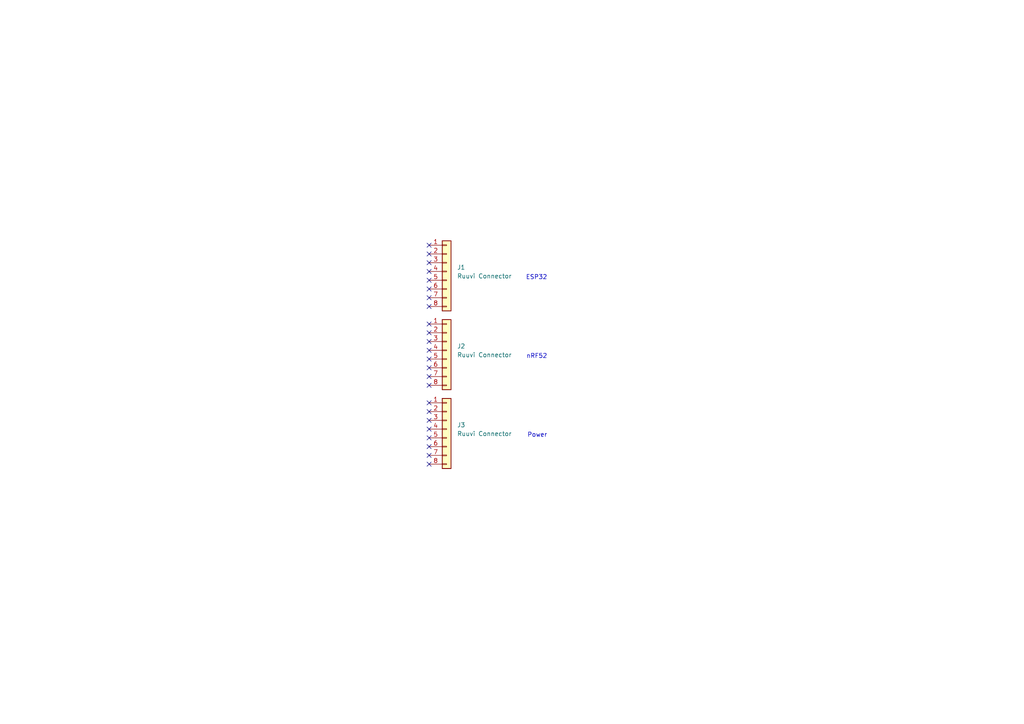
<source format=kicad_sch>
(kicad_sch (version 20200714) (host eeschema "(5.99.0-2407-g46ade4960)")
  (page 1 1)
  (paper "A4")
  (title_block (title "Ruuvi Gateway expansion board") (date "2020-07-31") (rev "A1"))
  (lib_symbols
    (symbol "Connector_Generic:Conn_01x08" (pin_names hide)
      (property "Reference" "J" (at 0 10.16 0))
      (property "Value" "Conn_01x08" (at 0 -12.7 0))
      (symbol "Conn_01x08_1_1"
        (rectangle (start -1.27 -4.953) (end 0 -5.207) (stroke (width 0.1524)))
        (rectangle (start -1.27 -7.493) (end 0 -7.747) (stroke (width 0.1524)))
        (rectangle (start -1.27 -10.033) (end 0 -10.287) (stroke (width 0.1524)))
        (rectangle (start -1.27 -2.413) (end 0 -2.667) (stroke (width 0.1524)))
        (rectangle (start -1.27 2.667) (end 0 2.413) (stroke (width 0.1524)))
        (rectangle (start -1.27 5.207) (end 0 4.953) (stroke (width 0.1524)))
        (rectangle (start -1.27 7.747) (end 0 7.493) (stroke (width 0.1524)))
        (rectangle (start -1.27 8.89) (end 1.27 -11.43) (stroke (width 0.254)) (fill (type background)))
        (rectangle (start -1.27 0.127) (end 0 -0.127) (stroke (width 0.1524)))
        (pin passive line (at -5.08 7.62 0) (length 3.81) (name "Pin_1") (number "1"))
        (pin passive line (at -5.08 5.08 0) (length 3.81) (name "Pin_2") (number "2"))
        (pin passive line (at -5.08 2.54 0) (length 3.81) (name "Pin_3") (number "3"))
        (pin passive line (at -5.08 0 0) (length 3.81) (name "Pin_4") (number "4"))
        (pin passive line (at -5.08 -2.54 0) (length 3.81) (name "Pin_5") (number "5"))
        (pin passive line (at -5.08 -5.08 0) (length 3.81) (name "Pin_6") (number "6"))
        (pin passive line (at -5.08 -7.62 0) (length 3.81) (name "Pin_7") (number "7"))
        (pin passive line (at -5.08 -10.16 0) (length 3.81) (name "Pin_8") (number "8"))
      )
    )
  )
  (no_connect (at 124.46 119.38))
  (no_connect (at 124.46 124.46))
  (no_connect (at 124.46 86.36))
  (no_connect (at 124.46 81.28))
  (no_connect (at 124.46 76.2))
  (no_connect (at 124.46 111.76))
  (no_connect (at 124.46 104.14))
  (no_connect (at 124.46 88.9))
  (no_connect (at 124.46 129.54))
  (no_connect (at 124.46 96.52))
  (no_connect (at 124.46 116.84))
  (no_connect (at 124.46 83.82))
  (no_connect (at 124.46 121.92))
  (no_connect (at 124.46 109.22))
  (no_connect (at 124.46 71.12))
  (no_connect (at 124.46 134.62))
  (no_connect (at 124.46 93.98))
  (no_connect (at 124.46 73.66))
  (no_connect (at 124.46 127))
  (no_connect (at 124.46 132.08))
  (no_connect (at 124.46 99.06))
  (no_connect (at 124.46 101.6))
  (no_connect (at 124.46 78.74))
  (no_connect (at 124.46 106.68))
  (text "ESP32" (at 158.75 81.28 180) (effects (font (size 1.27 1.27)) (justify right bottom)))
  (text "nRF52" (at 158.75 104.14 180) (effects (font (size 1.27 1.27)) (justify right bottom)))
  (text "Power" (at 158.75 127 180) (effects (font (size 1.27 1.27)) (justify right bottom)))
  (symbol (lib_id "Connector_Generic:Conn_01x08") (at 129.54 78.74 0) (unit 1)
    (property "Reference" "J1" (at 132.563 77.546 0) (effects (justify left)))
    (property "Value" "Ruuvi Connector" (at 132.563 80.086 0) (effects (justify left)))
    (property "Footprint" "connector:RUUVI_CONNECTOR_FFC" (effects hide))
  )
  (symbol (lib_id "Connector_Generic:Conn_01x08") (at 129.54 101.6 0) (unit 1)
    (property "Reference" "J2" (at 132.563 100.406 0) (effects (justify left)))
    (property "Value" "Ruuvi Connector" (at 132.563 102.946 0) (effects (justify left)))
    (property "Footprint" "connector:RUUVI_CONNECTOR_FFC" (effects hide))
  )
  (symbol (lib_id "Connector_Generic:Conn_01x08") (at 129.54 124.46 0) (unit 1)
    (property "Reference" "J3" (at 132.563 123.266 0) (effects (justify left)))
    (property "Value" "Ruuvi Connector" (at 132.563 125.806 0) (effects (justify left)))
    (property "Footprint" "connector:RUUVI_CONNECTOR_FFC" (effects hide))
  )
)
</source>
